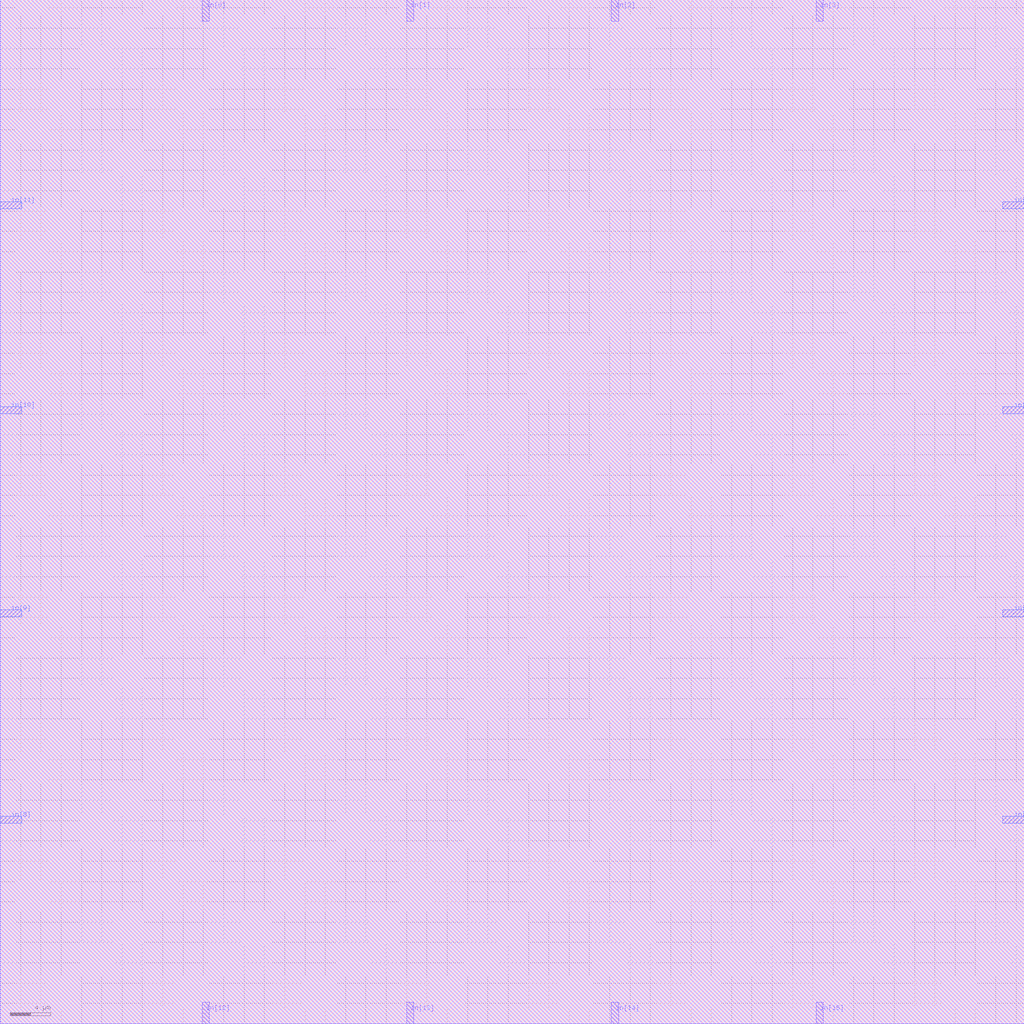
<source format=lef>
VERSION 5.8 ;
BUSBITCHARS "[]" ;
DIVIDERCHAR "/" ;
UNITS
  DATABASE MICRONS 2000 ;
END UNITS

MACRO test
  FOREIGN test ;


  SIZE 100.8 BY 100.8 ;
  CLASS BLOCK ;
  PIN in[0]
    DIRECTION inout ;
    USE signal ;
    SHAPE ABUTMENT ;
    PORT
      LAYER metal2 ;
      RECT 19.884999999999998
           98.7
           20.585
           100.8 ;
    END
  END in[0]
  PIN in[1]
    DIRECTION inout ;
    USE signal ;
    SHAPE ABUTMENT ;
    PORT
      LAYER metal2 ;
      RECT 40.025
           98.7
           40.725
           100.8 ;
    END
  END in[1]
  PIN in[2]
    DIRECTION inout ;
    USE signal ;
    SHAPE ABUTMENT ;
    PORT
      LAYER metal2 ;
      RECT 60.165
           98.7
           60.865
           100.8 ;
    END
  END in[2]
  PIN in[3]
    DIRECTION inout ;
    USE signal ;
    SHAPE ABUTMENT ;
    PORT
      LAYER metal2 ;
      RECT 80.305
           98.7
           81.005
           100.8 ;
    END
  END in[3]
  PIN in[12]
    DIRECTION inout ;
    USE signal ;
    SHAPE ABUTMENT ;
    PORT
      LAYER metal2 ;
      RECT 19.884999999999998
           0.0
           20.585
           2.1 ;
    END
  END in[12]
  PIN in[13]
    DIRECTION inout ;
    USE signal ;
    SHAPE ABUTMENT ;
    PORT
      LAYER metal2 ;
      RECT 40.025
           0.0
           40.725
           2.1 ;
    END
  END in[13]
  PIN in[14]
    DIRECTION inout ;
    USE signal ;
    SHAPE ABUTMENT ;
    PORT
      LAYER metal2 ;
      RECT 60.165
           0.0
           60.865
           2.1 ;
    END
  END in[14]
  PIN in[15]
    DIRECTION inout ;
    USE signal ;
    SHAPE ABUTMENT ;
    PORT
      LAYER metal2 ;
      RECT 80.305
           0.0
           81.005
           2.1 ;
    END
  END in[15]
  PIN in[4]
    DIRECTION inout ;
    USE signal ;
    SHAPE ABUTMENT ;
    PORT
      LAYER metal3 ;
      RECT 98.7
           19.74
           100.8
           20.44 ;
    END
  END in[4]
  PIN in[5]
    DIRECTION inout ;
    USE signal ;
    SHAPE ABUTMENT ;
    PORT
      LAYER metal3 ;
      RECT 98.7
           40.04
           100.8
           40.74 ;
    END
  END in[5]
  PIN in[6]
    DIRECTION inout ;
    USE signal ;
    SHAPE ABUTMENT ;
    PORT
      LAYER metal3 ;
      RECT 98.7
           60.06
           100.8
           60.760000000000005 ;
    END
  END in[6]
  PIN in[7]
    DIRECTION inout ;
    USE signal ;
    SHAPE ABUTMENT ;
    PORT
      LAYER metal3 ;
      RECT 98.7
           80.22000000000001
           100.8
           80.92 ;
    END
  END in[7]
  PIN in[8]
    DIRECTION inout ;
    USE signal ;
    SHAPE ABUTMENT ;
    PORT
      LAYER metal3 ;
      RECT 0.0
           19.74
           2.1
           20.44 ;
    END
  END in[8]
  PIN in[9]
    DIRECTION inout ;
    USE signal ;
    SHAPE ABUTMENT ;
    PORT
      LAYER metal3 ;
      RECT 0.0
           40.04
           2.1
           40.74 ;
    END
  END in[9]
  PIN in[10]
    DIRECTION inout ;
    USE signal ;
    SHAPE ABUTMENT ;
    PORT
      LAYER metal3 ;
      RECT 0.0
           60.06
           2.1
           60.760000000000005 ;
    END
  END in[10]
  PIN in[11]
    DIRECTION inout ;
    USE signal ;
    SHAPE ABUTMENT ;
    PORT
      LAYER metal3 ;
      RECT 0.0
           80.22000000000001
           2.1
           80.92 ;
    END
  END in[11]

  OBS
    LAYER metal1 ;
    RECT 0 0 100.8 100.8 ;
  END
  OBS
    LAYER metal2 ;
    RECT 0 0 100.8 100.8 ;
  END

END test

END LIBRARY
</source>
